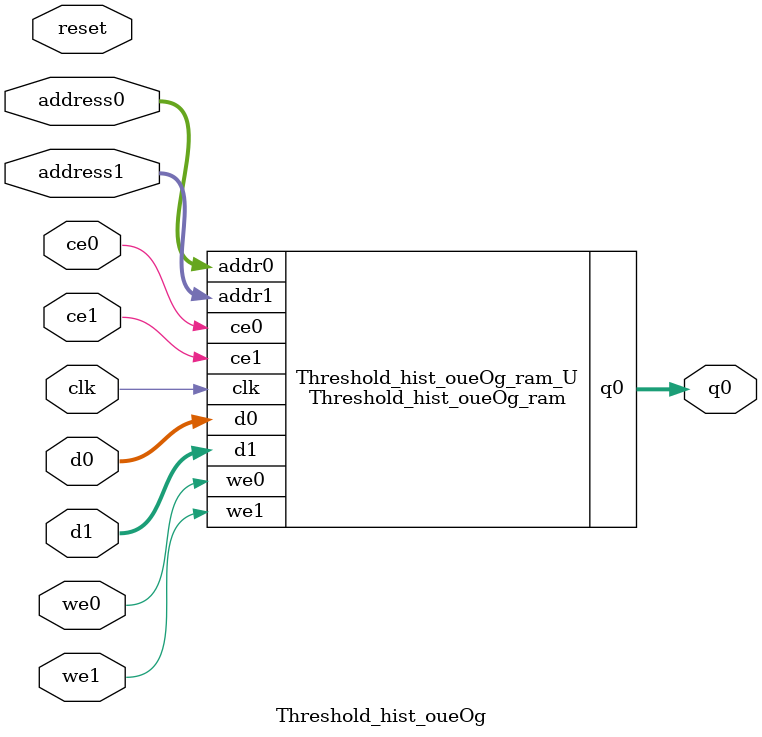
<source format=v>
`timescale 1 ns / 1 ps
module Threshold_hist_oueOg_ram (addr0, ce0, d0, we0, q0, addr1, ce1, d1, we1,  clk);

parameter DWIDTH = 20;
parameter AWIDTH = 8;
parameter MEM_SIZE = 256;

input[AWIDTH-1:0] addr0;
input ce0;
input[DWIDTH-1:0] d0;
input we0;
output reg[DWIDTH-1:0] q0;
input[AWIDTH-1:0] addr1;
input ce1;
input[DWIDTH-1:0] d1;
input we1;
input clk;

(* ram_style = "block" *)reg [DWIDTH-1:0] ram[0:MEM_SIZE-1];




always @(posedge clk)  
begin 
    if (ce0) 
    begin
        if (we0) 
        begin 
            ram[addr0] <= d0; 
        end 
        q0 <= ram[addr0];
    end
end


always @(posedge clk)  
begin 
    if (ce1) 
    begin
        if (we1) 
        begin 
            ram[addr1] <= d1; 
        end 
    end
end


endmodule

`timescale 1 ns / 1 ps
module Threshold_hist_oueOg(
    reset,
    clk,
    address0,
    ce0,
    we0,
    d0,
    q0,
    address1,
    ce1,
    we1,
    d1);

parameter DataWidth = 32'd20;
parameter AddressRange = 32'd256;
parameter AddressWidth = 32'd8;
input reset;
input clk;
input[AddressWidth - 1:0] address0;
input ce0;
input we0;
input[DataWidth - 1:0] d0;
output[DataWidth - 1:0] q0;
input[AddressWidth - 1:0] address1;
input ce1;
input we1;
input[DataWidth - 1:0] d1;



Threshold_hist_oueOg_ram Threshold_hist_oueOg_ram_U(
    .clk( clk ),
    .addr0( address0 ),
    .ce0( ce0 ),
    .we0( we0 ),
    .d0( d0 ),
    .q0( q0 ),
    .addr1( address1 ),
    .ce1( ce1 ),
    .we1( we1 ),
    .d1( d1 ));

endmodule


</source>
